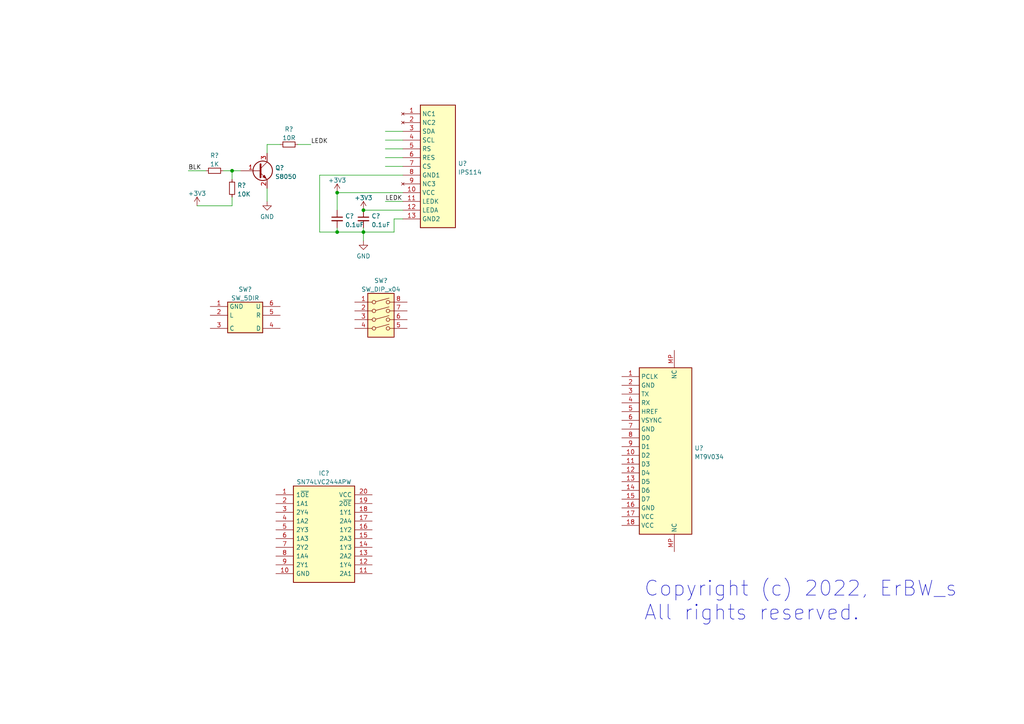
<source format=kicad_sch>
(kicad_sch (version 20211123) (generator eeschema)
  (paper "A4")
  (lib_symbols
    (symbol "Device:C_Small" (pin_numbers hide) (pin_names (offset 0.254) hide)
      (property "Reference" "C" (at 0.254 1.778 0))
      (property "Value" "C_Small" (at 0.254 -2.032 0))
      (symbol "C_Small_0_1"
        (polyline (pts (xy -1.524 -0.508) (xy 1.524 -0.508)) (stroke (width 0.3302)))
        (polyline (pts (xy -1.524 0.508) (xy 1.524 0.508)) (stroke (width 0.3048)))
      )
      (symbol "C_Small_1_1"
        (pin passive line (at 0 2.54 270) (length 2.032) (name "~") (number "1"))
        (pin passive line (at 0 -2.54 90) (length 2.032) (name "~") (number "2"))
      )
    )
    (symbol "Device:Q_NPN_BEC" (pin_names (offset 0) hide)
      (property "Reference" "Q" (at 5.08 1.27 0))
      (property "Value" "Q_NPN_BEC" (at 5.08 -1.27 0))
      (symbol "Q_NPN_BEC_0_1"
        (polyline (pts (xy 0.635 0.635) (xy 2.54 2.54)))
        (polyline (pts (xy 0.635 -0.635) (xy 2.54 -2.54) (xy 2.54 -2.54)))
        (polyline (pts (xy 0.635 1.905) (xy 0.635 -1.905) (xy 0.635 -1.905)) (stroke (width 0.508)))
        (polyline (pts (xy 1.27 -1.778) (xy 1.778 -1.27) (xy 2.286 -2.286) (xy 1.27 -1.778) (xy 1.27 -1.778)) (fill (type outline)))
        (circle (center 1.27 0) (radius 2.8194) (stroke (width 0.254)))
      )
      (symbol "Q_NPN_BEC_1_1"
        (pin input line (at -5.08 0 0) (length 5.715) (name "B") (number "1"))
        (pin passive line (at 2.54 -5.08 90) (length 2.54) (name "E") (number "2"))
        (pin passive line (at 2.54 5.08 270) (length 2.54) (name "C") (number "3"))
      )
    )
    (symbol "Device:R_Small" (pin_numbers hide) (pin_names (offset 0.254) hide)
      (property "Reference" "R" (at 0.762 0.508 0))
      (property "Value" "R_Small" (at 0.762 -1.016 0))
      (symbol "R_Small_0_1"
        (rectangle (start -0.762 1.778) (end 0.762 -1.778) (stroke (width 0.2032)))
      )
      (symbol "R_Small_1_1"
        (pin passive line (at 0 2.54 270) (length 0.762) (name "~") (number "1"))
        (pin passive line (at 0 -2.54 90) (length 0.762) (name "~") (number "2"))
      )
    )
    (symbol "ErBW_s:IPS114"
      (property "Reference" "U" (at 0 19.05 0))
      (property "Value" "IPS114" (at 0 -19.05 0))
      (symbol "IPS114_0_1"
        (rectangle (start -5.08 17.78) (end 5.08 -17.78) (stroke (width 0.254)) (fill (type background)))
      )
      (symbol "IPS114_1_1"
        (pin no_connect line (at -10.16 15.24 0) (length 5.08) (name "NC1") (number "1"))
        (pin power_in line (at -10.16 -7.62 0) (length 5.08) (name "VCC") (number "10"))
        (pin bidirectional line (at -10.16 -10.16 0) (length 5.08) (name "LEDK") (number "11"))
        (pin power_in line (at -10.16 -12.7 0) (length 5.08) (name "LEDA") (number "12"))
        (pin power_in line (at -10.16 -15.24 0) (length 5.08) (name "GND2") (number "13"))
        (pin no_connect line (at -10.16 12.7 0) (length 5.08) (name "NC2") (number "2"))
        (pin bidirectional line (at -10.16 10.16 0) (length 5.08) (name "SDA") (number "3"))
        (pin bidirectional line (at -10.16 7.62 0) (length 5.08) (name "SCL") (number "4"))
        (pin bidirectional line (at -10.16 5.08 0) (length 5.08) (name "RS") (number "5"))
        (pin bidirectional line (at -10.16 2.54 0) (length 5.08) (name "RES") (number "6"))
        (pin bidirectional line (at -10.16 0 0) (length 5.08) (name "CS") (number "7"))
        (pin power_in line (at -10.16 -2.54 0) (length 5.08) (name "GND1") (number "8"))
        (pin no_connect line (at -10.16 -5.08 0) (length 5.08) (name "NC3") (number "9"))
      )
    )
    (symbol "ErBW_s:MT9V034"
      (property "Reference" "U" (at -6.35 27.94 0))
      (property "Value" "MT9V034" (at -6.35 -22.86 0))
      (symbol "MT9V034_0_1"
        (rectangle (start -7.62 26.67) (end 7.62 -21.59) (stroke (width 0.254)) (fill (type background)))
      )
      (symbol "MT9V034_1_1"
        (pin bidirectional line (at -12.7 24.13 0) (length 5.08) (name "PCLK") (number "1"))
        (pin bidirectional line (at -12.7 1.27 0) (length 5.08) (name "D2") (number "10"))
        (pin bidirectional line (at -12.7 -1.27 0) (length 5.08) (name "D3") (number "11"))
        (pin bidirectional line (at -12.7 -3.81 0) (length 5.08) (name "D4") (number "12"))
        (pin bidirectional line (at -12.7 -6.35 0) (length 5.08) (name "D5") (number "13"))
        (pin bidirectional line (at -12.7 -8.89 0) (length 5.08) (name "D6") (number "14"))
        (pin bidirectional line (at -12.7 -11.43 0) (length 5.08) (name "D7") (number "15"))
        (pin power_in line (at -12.7 -13.97 0) (length 5.08) (name "GND") (number "16"))
        (pin power_in line (at -12.7 -16.51 0) (length 5.08) (name "VCC") (number "17"))
        (pin power_in line (at -12.7 -19.05 0) (length 5.08) (name "VCC") (number "18"))
        (pin power_in line (at -12.7 21.59 0) (length 5.08) (name "GND") (number "2"))
        (pin bidirectional line (at -12.7 19.05 0) (length 5.08) (name "TX") (number "3"))
        (pin bidirectional line (at -12.7 16.51 0) (length 5.08) (name "RX") (number "4"))
        (pin bidirectional line (at -12.7 13.97 0) (length 5.08) (name "HREF") (number "5"))
        (pin bidirectional line (at -12.7 11.43 0) (length 5.08) (name "VSYNC") (number "6"))
        (pin power_in line (at -12.7 8.89 0) (length 5.08) (name "GND") (number "7"))
        (pin bidirectional line (at -12.7 6.35 0) (length 5.08) (name "D0") (number "8"))
        (pin bidirectional line (at -12.7 3.81 0) (length 5.08) (name "D1") (number "9"))
        (pin bidirectional line (at 2.54 -26.67 90) (length 5.08) (name "NC") (number "MP"))
        (pin bidirectional line (at 2.54 31.75 270) (length 5.08) (name "NC") (number "MP"))
      )
    )
    (symbol "ErBW_s:SN74LVC244APW" (pin_names (offset 0.762))
      (property "Reference" "IC" (at 24.13 7.62 0))
      (property "Value" "SN74LVC244APW" (at 24.13 5.08 0))
      (symbol "SN74LVC244APW_0_0"
        (pin passive line (at 0 0 0) (length 5.08) (name "1~{OE}") (number "1"))
        (pin power_in line (at 0 -22.86 0) (length 5.08) (name "GND") (number "10"))
        (pin passive line (at 27.94 -22.86 180) (length 5.08) (name "2A1") (number "11"))
        (pin passive line (at 27.94 -20.32 180) (length 5.08) (name "1Y4") (number "12"))
        (pin passive line (at 27.94 -17.78 180) (length 5.08) (name "2A2") (number "13"))
        (pin passive line (at 27.94 -15.24 180) (length 5.08) (name "1Y3") (number "14"))
        (pin passive line (at 27.94 -12.7 180) (length 5.08) (name "2A3") (number "15"))
        (pin passive line (at 27.94 -10.16 180) (length 5.08) (name "1Y2") (number "16"))
        (pin passive line (at 27.94 -7.62 180) (length 5.08) (name "2A4") (number "17"))
        (pin passive line (at 27.94 -5.08 180) (length 5.08) (name "1Y1") (number "18"))
        (pin power_in line (at 27.94 -2.54 180) (length 5.08) (name "2~{OE}") (number "19"))
        (pin passive line (at 0 -2.54 0) (length 5.08) (name "1A1") (number "2"))
        (pin power_in line (at 27.94 0 180) (length 5.08) (name "VCC") (number "20"))
        (pin passive line (at 0 -5.08 0) (length 5.08) (name "2Y4") (number "3"))
        (pin passive line (at 0 -7.62 0) (length 5.08) (name "1A2") (number "4"))
        (pin passive line (at 0 -10.16 0) (length 5.08) (name "2Y3") (number "5"))
        (pin passive line (at 0 -12.7 0) (length 5.08) (name "1A3") (number "6"))
        (pin passive line (at 0 -15.24 0) (length 5.08) (name "2Y2") (number "7"))
        (pin passive line (at 0 -17.78 0) (length 5.08) (name "1A4") (number "8"))
        (pin passive line (at 0 -20.32 0) (length 5.08) (name "2Y1") (number "9"))
      )
      (symbol "SN74LVC244APW_0_1"
        (polyline (pts (xy 5.08 2.54) (xy 22.86 2.54) (xy 22.86 -25.4) (xy 5.08 -25.4) (xy 5.08 2.54)) (stroke (width 0.254)) (fill (type background)))
      )
    )
    (symbol "ErBW_s:SW_5DIR"
      (property "Reference" "SW" (at -5.08 5.08 0))
      (property "Value" "SW_5DIR" (at 2.54 5.08 0))
      (symbol "SW_5DIR_0_0"
        (pin power_in line (at -10.16 2.54 0) (length 5.08) (name "GND") (number "1"))
        (pin passive line (at -10.16 0 0) (length 5.08) (name "L") (number "2"))
        (pin passive line (at -10.16 -3.81 0) (length 5.08) (name "C") (number "3"))
        (pin passive line (at 10.16 -3.81 180) (length 5.08) (name "D") (number "4"))
        (pin passive line (at 10.16 0 180) (length 5.08) (name "R") (number "5"))
        (pin passive line (at 10.16 2.54 180) (length 5.08) (name "U") (number "6"))
      )
      (symbol "SW_5DIR_0_1"
        (rectangle (start -5.08 3.81) (end 5.08 -5.08) (stroke (width 0.254)) (fill (type background)))
      )
    )
    (symbol "Switch:SW_DIP_x04" (pin_names (offset 0) hide)
      (property "Reference" "SW" (at 0 8.89 0))
      (property "Value" "SW_DIP_x04" (at 0 -6.35 0))
      (symbol "SW_DIP_x04_0_0"
        (circle (center -2.032 -2.54) (radius 0.508))
        (circle (center -2.032 0) (radius 0.508))
        (circle (center -2.032 2.54) (radius 0.508))
        (circle (center -2.032 5.08) (radius 0.508))
        (polyline (pts (xy -1.524 -2.3876) (xy 2.3622 -1.3462)))
        (polyline (pts (xy -1.524 0.127) (xy 2.3622 1.1684)))
        (polyline (pts (xy -1.524 2.667) (xy 2.3622 3.7084)))
        (polyline (pts (xy -1.524 5.207) (xy 2.3622 6.2484)))
        (circle (center 2.032 -2.54) (radius 0.508))
        (circle (center 2.032 0) (radius 0.508))
        (circle (center 2.032 2.54) (radius 0.508))
        (circle (center 2.032 5.08) (radius 0.508))
      )
      (symbol "SW_DIP_x04_0_1"
        (rectangle (start -3.81 7.62) (end 3.81 -5.08) (stroke (width 0.254)) (fill (type background)))
      )
      (symbol "SW_DIP_x04_1_1"
        (pin passive line (at -7.62 5.08 0) (length 5.08) (name "~") (number "1"))
        (pin passive line (at -7.62 2.54 0) (length 5.08) (name "~") (number "2"))
        (pin passive line (at -7.62 0 0) (length 5.08) (name "~") (number "3"))
        (pin passive line (at -7.62 -2.54 0) (length 5.08) (name "~") (number "4"))
        (pin passive line (at 7.62 -2.54 180) (length 5.08) (name "~") (number "5"))
        (pin passive line (at 7.62 0 180) (length 5.08) (name "~") (number "6"))
        (pin passive line (at 7.62 2.54 180) (length 5.08) (name "~") (number "7"))
        (pin passive line (at 7.62 5.08 180) (length 5.08) (name "~") (number "8"))
      )
    )
    (symbol "power:+3V3" (power) (pin_names (offset 0))
      (property "Value" "+3V3" (at 0 3.556 0))
      (symbol "+3V3_0_1"
        (polyline (pts (xy -0.762 1.27) (xy 0 2.54)))
        (polyline (pts (xy 0 0) (xy 0 2.54)))
        (polyline (pts (xy 0 2.54) (xy 0.762 1.27)))
      )
      (symbol "+3V3_1_1"
        (pin power_in line (at 0 0 90) (length 0) hide (name "+3V3") (number "1"))
      )
    )
    (symbol "power:GND" (power) (pin_names (offset 0))
      (property "Value" "GND" (at 0 -3.81 0))
      (symbol "GND_0_1"
        (polyline (pts (xy 0 0) (xy 0 -1.27) (xy 1.27 -1.27) (xy 0 -2.54) (xy -1.27 -1.27) (xy 0 -1.27)))
      )
      (symbol "GND_1_1"
        (pin power_in line (at 0 0 270) (length 0) hide (name "GND") (number "1"))
      )
    )
  )
  (junction (at 97.79 67.31))
  (junction (at 105.41 60.96))
  (junction (at 105.41 67.31))
  (junction (at 97.79 55.88))
  (junction (at 67.31 49.53))
  (wire (pts (xy 67.31 49.53) (xy 67.31 52.07)))
  (wire (pts (xy 57.15 59.69) (xy 67.31 59.69)))
  (wire (pts (xy 77.47 44.45) (xy 77.47 41.91)))
  (wire (pts (xy 105.41 67.31) (xy 105.41 69.85)))
  (wire (pts (xy 114.3 63.5) (xy 114.3 67.31)))
  (wire (pts (xy 77.47 41.91) (xy 81.28 41.91)))
  (wire (pts (xy 77.47 54.61) (xy 77.47 58.42)))
  (wire (pts (xy 64.77 49.53) (xy 67.31 49.53)))
  (wire (pts (xy 92.71 67.31) (xy 97.79 67.31)))
  (wire (pts (xy 111.76 45.72) (xy 116.84 45.72)))
  (wire (pts (xy 111.76 40.64) (xy 116.84 40.64)))
  (wire (pts (xy 111.76 48.26) (xy 116.84 48.26)))
  (wire (pts (xy 97.79 60.96) (xy 97.79 55.88)))
  (wire (pts (xy 67.31 49.53) (xy 69.85 49.53)))
  (wire (pts (xy 67.31 59.69) (xy 67.31 57.15)))
  (wire (pts (xy 111.76 43.18) (xy 116.84 43.18)))
  (wire (pts (xy 97.79 67.31) (xy 105.41 67.31)))
  (wire (pts (xy 86.36 41.91) (xy 90.17 41.91)))
  (wire (pts (xy 92.71 50.8) (xy 92.71 67.31)))
  (wire (pts (xy 116.84 50.8) (xy 92.71 50.8)))
  (wire (pts (xy 54.61 49.53) (xy 59.69 49.53)))
  (wire (pts (xy 111.76 58.42) (xy 116.84 58.42)))
  (wire (pts (xy 97.79 66.04) (xy 97.79 67.31)))
  (wire (pts (xy 97.79 55.88) (xy 116.84 55.88)))
  (wire (pts (xy 111.76 38.1) (xy 116.84 38.1)))
  (wire (pts (xy 105.41 60.96) (xy 116.84 60.96)))
  (wire (pts (xy 105.41 66.04) (xy 105.41 67.31)))
  (wire (pts (xy 105.41 67.31) (xy 114.3 67.31)))
  (wire (pts (xy 114.3 63.5) (xy 116.84 63.5)))
  (text "Copyright (c) 2022, ErBW_s\nAll rights reserved." (at 186.69 180.34 0) (effects (font (size 4.318 4.318)) (justify left bottom)))
  (label "LEDK" (at 111.76 58.42 0))
  (label "BLK" (at 54.61 49.53 0))
  (label "LEDK" (at 90.17 41.91 0))
  (symbol (lib_id "power:GND") (at 77.47 58.42 0) (unit 1)
    (property "Reference" "#PWR?" (effects hide))
    (property "Value" "GND" (at 77.47 62.8634 0))
  )
  (symbol (lib_id "ErBW_s:SW_5DIR") (at 71.12 91.44 0) (unit 1)
    (property "Reference" "SW?" (at 71.12 83.9302 0))
    (property "Value" "SW_5DIR" (at 71.12 86.4671 0))
    (property "Footprint" "ErBW_s:SW_5DIR" (effects hide))
  )
  (symbol (lib_id "Device:R_Small") (at 62.23 49.53 90) (unit 1)
    (property "Reference" "R?" (at 62.23 45.0936 90))
    (property "Value" "1K" (at 62.23 47.6305 90))
  )
  (symbol (lib_id "ErBW_s:IPS114") (at 127 48.26 0) (unit 1)
    (property "Reference" "U?" (at 132.842 47.4253 0) (effects (justify left)))
    (property "Value" "IPS114" (at 132.842 49.9622 0) (effects (justify left)))
    (property "Footprint" "ErBW_s:IPS114" (effects hide))
  )
  (symbol (lib_id "Device:C_Small") (at 97.79 63.5 0) (unit 1)
    (property "Reference" "C?" (at 100.1141 62.6716 0) (effects (justify left)))
    (property "Value" "0.1uF" (at 100.1141 65.2085 0) (effects (justify left)))
  )
  (symbol (lib_id "ErBW_s:MT9V034") (at 193.04 133.35 0) (unit 1)
    (property "Reference" "U?" (at 201.422 129.9753 0) (effects (justify left)))
    (property "Value" "MT9V034" (at 201.422 132.5122 0) (effects (justify left)))
    (property "Footprint" "Connector_FFC-FPC:Hirose_FH12-18S-0.5SH_1x18-1MP_P0.50mm_Horizontal" (effects hide))
  )
  (symbol (lib_id "ErBW_s:SN74LVC244APW") (at 80.01 143.51 0) (unit 1)
    (property "Reference" "IC?" (at 93.98 137.2702 0))
    (property "Value" "SN74LVC244APW" (at 93.98 139.8071 0))
    (property "Footprint" "SOP65P640X120-20N" (effects hide))
    (property "Datasheet" "http://componentsearchengine.com/Datasheets/1/SN74LVC244APW.pdf" (effects hide))
    (property "Description" "Octal Buffer/Driver With 3-State Outputs" (effects hide))
    (property "Height" "1.2" (effects hide))
    (property "Manufacturer_Name" "Texas Instruments" (effects hide))
    (property "Manufacturer_Part_Number" "SN74LVC244APW" (effects hide))
    (property "Mouser Part Number" "595-SN74LVC244APW" (effects hide))
    (property "Mouser Price/Stock" "https://www.mouser.co.uk/ProductDetail/Texas-Instruments/SN74LVC244APW?qs=Tv815z3GeNRRitEwpCCsGw%3D%3D" (effects hide))
    (property "Arrow Part Number" "SN74LVC244APW" (effects hide))
    (property "Arrow Price/Stock" "https://www.arrow.com/en/products/sn74lvc244apw/texas-instruments?region=nac" (effects hide))
  )
  (symbol (lib_id "Device:Q_NPN_BEC") (at 74.93 49.53 0) (unit 1)
    (property "Reference" "Q?" (at 79.7814 48.6953 0) (effects (justify left)))
    (property "Value" "S8050" (at 79.7814 51.2322 0) (effects (justify left)))
    (property "Footprint" "Package_TO_SOT_SMD:SOT-23" (effects hide))
  )
  (symbol (lib_id "power:GND") (at 105.41 69.85 0) (unit 1)
    (property "Reference" "#PWR?" (effects hide))
    (property "Value" "GND" (at 105.41 74.2934 0))
  )
  (symbol (lib_id "Device:R_Small") (at 67.31 54.61 180) (unit 1)
    (property "Reference" "R?" (at 68.8086 53.7753 0) (effects (justify right)))
    (property "Value" "10K" (at 68.8086 56.3122 0) (effects (justify right)))
  )
  (symbol (lib_id "power:+3V3") (at 97.79 55.88 0) (unit 1)
    (property "Reference" "#PWR?" (effects hide))
    (property "Value" "+3V3" (at 97.79 52.3042 0))
  )
  (symbol (lib_id "Device:C_Small") (at 105.41 63.5 0) (unit 1)
    (property "Reference" "C?" (at 107.7341 62.6716 0) (effects (justify left)))
    (property "Value" "0.1uF" (at 107.7341 65.2085 0) (effects (justify left)))
  )
  (symbol (lib_id "power:+3V3") (at 105.41 60.96 0) (unit 1)
    (property "Reference" "#PWR?" (effects hide))
    (property "Value" "+3V3" (at 105.41 57.3842 0))
  )
  (symbol (lib_id "power:+3V3") (at 57.15 59.69 0) (unit 1)
    (property "Reference" "#PWR?" (effects hide))
    (property "Value" "+3V3" (at 57.15 56.1142 0))
  )
  (symbol (lib_id "Device:R_Small") (at 83.82 41.91 90) (unit 1)
    (property "Reference" "R?" (at 83.82 37.4736 90))
    (property "Value" "10R" (at 83.82 40.0105 90))
  )
  (symbol (lib_id "Switch:SW_DIP_x04") (at 110.49 92.71 0) (unit 1)
    (property "Reference" "SW?" (at 110.49 81.3902 0))
    (property "Value" "SW_DIP_x04" (at 110.49 83.9271 0))
  )
)
</source>
